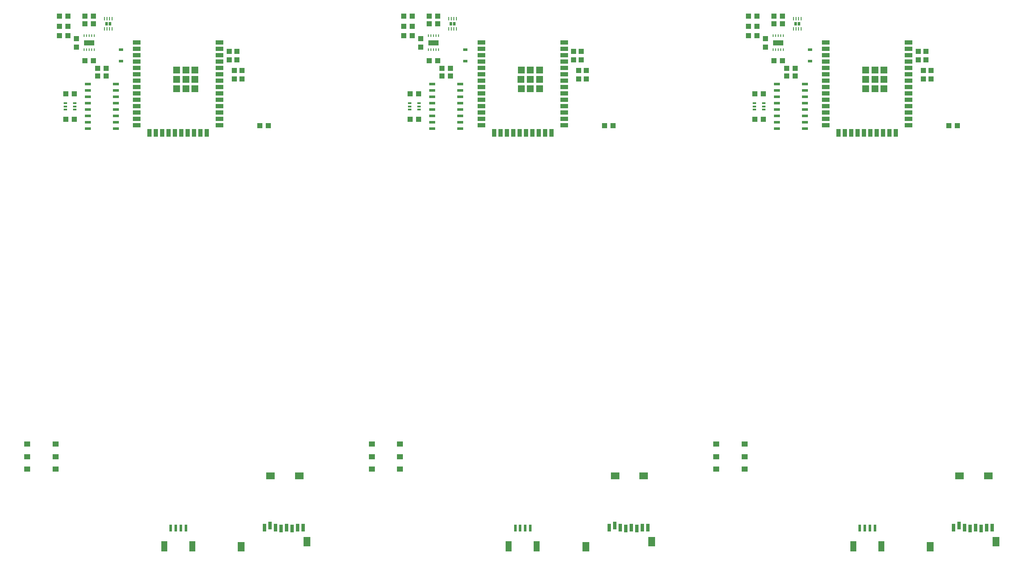
<source format=gbp>
G04 EAGLE Gerber RS-274X export*
G75*
%MOMM*%
%FSLAX34Y34*%
%LPD*%
%INSolderpaste Bottom*%
%IPPOS*%
%AMOC8*
5,1,8,0,0,1.08239X$1,22.5*%
G01*
%ADD10R,1.200000X2.000000*%
%ADD11R,0.600000X1.350000*%
%ADD12R,1.000000X1.100000*%
%ADD13R,1.100000X1.000000*%
%ADD14R,0.830000X0.630000*%
%ADD15R,1.200000X0.600000*%
%ADD16R,0.660000X0.300000*%
%ADD17R,1.800000X1.400000*%
%ADD18R,1.400000X1.900000*%
%ADD19R,0.800000X1.500000*%
%ADD20R,0.250000X0.637500*%
%ADD21R,0.500000X0.640000*%
%ADD22R,0.260000X0.599000*%
%ADD23R,2.000000X1.000000*%
%ADD24R,1.150000X1.000000*%
%ADD25R,1.500000X0.900000*%
%ADD26R,0.900000X1.500000*%
%ADD27R,1.330000X1.330000*%


D10*
X369630Y10690D03*
X313630Y10690D03*
D11*
X356630Y47440D03*
X346630Y47440D03*
X336630Y47440D03*
X326630Y47440D03*
D12*
X138430Y1006840D03*
X138430Y1023840D03*
D13*
X172330Y1053440D03*
X155330Y1053440D03*
X172330Y979780D03*
X155330Y979780D03*
D14*
X227330Y978440D03*
X227330Y1001440D03*
D12*
X453390Y960340D03*
X453390Y943340D03*
D13*
X180730Y949300D03*
X197730Y949300D03*
D12*
X443230Y998440D03*
X443230Y981440D03*
X468630Y960340D03*
X468630Y943340D03*
X458470Y998440D03*
X458470Y981440D03*
D15*
X217230Y932790D03*
X217230Y920090D03*
X217230Y907390D03*
X217230Y894690D03*
X217230Y881990D03*
X217230Y869290D03*
X217230Y856590D03*
X217230Y843890D03*
X161230Y843890D03*
X161230Y856590D03*
X161230Y869290D03*
X161230Y881990D03*
X161230Y894690D03*
X161230Y907390D03*
X161230Y920090D03*
X161230Y932790D03*
D13*
X117230Y862940D03*
X134230Y862940D03*
X134230Y913740D03*
X117230Y913740D03*
D16*
X134930Y894840D03*
X116530Y888340D03*
X116530Y881840D03*
X116530Y894840D03*
X134930Y888340D03*
X134930Y881840D03*
D13*
X180730Y964540D03*
X197730Y964540D03*
X504580Y850240D03*
X521580Y850240D03*
D17*
X525750Y151390D03*
X582750Y151390D03*
D18*
X598750Y19890D03*
X467250Y9890D03*
D19*
X513850Y48390D03*
X524850Y52390D03*
X535850Y48390D03*
X546850Y46390D03*
X557850Y48390D03*
X568850Y46390D03*
X579850Y48390D03*
X590850Y48390D03*
D20*
X209430Y1043252D03*
X204430Y1063627D03*
X209430Y1063627D03*
X199430Y1063627D03*
X194430Y1063627D03*
X204430Y1043252D03*
X199430Y1043252D03*
X194430Y1043252D03*
D21*
X198530Y1053440D03*
X205330Y1053440D03*
D13*
X172330Y1068680D03*
X155330Y1068680D03*
D22*
X163830Y1001345D03*
X168830Y1001345D03*
X173830Y1001345D03*
X158830Y1001345D03*
X153830Y1001345D03*
X153830Y1029335D03*
X158830Y1029335D03*
X163830Y1029335D03*
X168830Y1029335D03*
X173830Y1029335D03*
D23*
X163830Y1015340D03*
D13*
X121530Y1048360D03*
X104530Y1048360D03*
X121530Y1029310D03*
X104530Y1029310D03*
X121530Y1068680D03*
X104530Y1068680D03*
D24*
X97084Y214840D03*
X97084Y189840D03*
X97084Y164840D03*
X40584Y214840D03*
X40584Y189840D03*
X40584Y164840D03*
D25*
X424010Y1015640D03*
X424010Y1002940D03*
X424010Y990240D03*
X424010Y977540D03*
X424010Y964840D03*
X424010Y952140D03*
X424010Y939440D03*
X424010Y926740D03*
X424010Y914040D03*
X424010Y901340D03*
X424010Y888640D03*
X424010Y875940D03*
X424010Y863240D03*
X424010Y850540D03*
D26*
X398780Y835640D03*
X386080Y835640D03*
X373380Y835640D03*
X360680Y835640D03*
X347980Y835640D03*
X335280Y835640D03*
X322580Y835640D03*
X309880Y835640D03*
X297180Y835640D03*
X284480Y835640D03*
D25*
X259250Y850540D03*
X259250Y863240D03*
X259250Y875940D03*
X259250Y888640D03*
X259250Y901340D03*
X259250Y914040D03*
X259250Y926740D03*
X259250Y939440D03*
X259250Y952140D03*
X259250Y964840D03*
X259250Y977540D03*
X259250Y990240D03*
X259250Y1002940D03*
X259250Y1015640D03*
D27*
X356940Y942220D03*
X338490Y960430D03*
X356790Y960430D03*
X375090Y960430D03*
X375090Y942130D03*
X338390Y942430D03*
X338490Y923830D03*
X356790Y923730D03*
X375090Y923830D03*
D10*
X1056700Y10690D03*
X1000700Y10690D03*
D11*
X1043700Y47440D03*
X1033700Y47440D03*
X1023700Y47440D03*
X1013700Y47440D03*
D12*
X825500Y1006840D03*
X825500Y1023840D03*
D13*
X859400Y1053440D03*
X842400Y1053440D03*
X859400Y979780D03*
X842400Y979780D03*
D14*
X914400Y978440D03*
X914400Y1001440D03*
D12*
X1140460Y960340D03*
X1140460Y943340D03*
D13*
X867800Y949300D03*
X884800Y949300D03*
D12*
X1130300Y998440D03*
X1130300Y981440D03*
X1155700Y960340D03*
X1155700Y943340D03*
X1145540Y998440D03*
X1145540Y981440D03*
D15*
X904300Y932790D03*
X904300Y920090D03*
X904300Y907390D03*
X904300Y894690D03*
X904300Y881990D03*
X904300Y869290D03*
X904300Y856590D03*
X904300Y843890D03*
X848300Y843890D03*
X848300Y856590D03*
X848300Y869290D03*
X848300Y881990D03*
X848300Y894690D03*
X848300Y907390D03*
X848300Y920090D03*
X848300Y932790D03*
D13*
X804300Y862940D03*
X821300Y862940D03*
X821300Y913740D03*
X804300Y913740D03*
D16*
X822000Y894840D03*
X803600Y888340D03*
X803600Y881840D03*
X803600Y894840D03*
X822000Y888340D03*
X822000Y881840D03*
D13*
X867800Y964540D03*
X884800Y964540D03*
X1191650Y850240D03*
X1208650Y850240D03*
D17*
X1212820Y151390D03*
X1269820Y151390D03*
D18*
X1285820Y19890D03*
X1154320Y9890D03*
D19*
X1200920Y48390D03*
X1211920Y52390D03*
X1222920Y48390D03*
X1233920Y46390D03*
X1244920Y48390D03*
X1255920Y46390D03*
X1266920Y48390D03*
X1277920Y48390D03*
D20*
X896500Y1043252D03*
X891500Y1063627D03*
X896500Y1063627D03*
X886500Y1063627D03*
X881500Y1063627D03*
X891500Y1043252D03*
X886500Y1043252D03*
X881500Y1043252D03*
D21*
X885600Y1053440D03*
X892400Y1053440D03*
D13*
X859400Y1068680D03*
X842400Y1068680D03*
D22*
X850900Y1001345D03*
X855900Y1001345D03*
X860900Y1001345D03*
X845900Y1001345D03*
X840900Y1001345D03*
X840900Y1029335D03*
X845900Y1029335D03*
X850900Y1029335D03*
X855900Y1029335D03*
X860900Y1029335D03*
D23*
X850900Y1015340D03*
D13*
X808600Y1048360D03*
X791600Y1048360D03*
X808600Y1029310D03*
X791600Y1029310D03*
X808600Y1068680D03*
X791600Y1068680D03*
D24*
X784154Y214840D03*
X784154Y189840D03*
X784154Y164840D03*
X727654Y214840D03*
X727654Y189840D03*
X727654Y164840D03*
D25*
X1111080Y1015640D03*
X1111080Y1002940D03*
X1111080Y990240D03*
X1111080Y977540D03*
X1111080Y964840D03*
X1111080Y952140D03*
X1111080Y939440D03*
X1111080Y926740D03*
X1111080Y914040D03*
X1111080Y901340D03*
X1111080Y888640D03*
X1111080Y875940D03*
X1111080Y863240D03*
X1111080Y850540D03*
D26*
X1085850Y835640D03*
X1073150Y835640D03*
X1060450Y835640D03*
X1047750Y835640D03*
X1035050Y835640D03*
X1022350Y835640D03*
X1009650Y835640D03*
X996950Y835640D03*
X984250Y835640D03*
X971550Y835640D03*
D25*
X946320Y850540D03*
X946320Y863240D03*
X946320Y875940D03*
X946320Y888640D03*
X946320Y901340D03*
X946320Y914040D03*
X946320Y926740D03*
X946320Y939440D03*
X946320Y952140D03*
X946320Y964840D03*
X946320Y977540D03*
X946320Y990240D03*
X946320Y1002940D03*
X946320Y1015640D03*
D27*
X1044010Y942220D03*
X1025560Y960430D03*
X1043860Y960430D03*
X1062160Y960430D03*
X1062160Y942130D03*
X1025460Y942430D03*
X1025560Y923830D03*
X1043860Y923730D03*
X1062160Y923830D03*
D10*
X1743770Y10690D03*
X1687770Y10690D03*
D11*
X1730770Y47440D03*
X1720770Y47440D03*
X1710770Y47440D03*
X1700770Y47440D03*
D12*
X1512570Y1006840D03*
X1512570Y1023840D03*
D13*
X1546470Y1053440D03*
X1529470Y1053440D03*
X1546470Y979780D03*
X1529470Y979780D03*
D14*
X1601470Y978440D03*
X1601470Y1001440D03*
D12*
X1827530Y960340D03*
X1827530Y943340D03*
D13*
X1554870Y949300D03*
X1571870Y949300D03*
D12*
X1817370Y998440D03*
X1817370Y981440D03*
X1842770Y960340D03*
X1842770Y943340D03*
X1832610Y998440D03*
X1832610Y981440D03*
D15*
X1591370Y932790D03*
X1591370Y920090D03*
X1591370Y907390D03*
X1591370Y894690D03*
X1591370Y881990D03*
X1591370Y869290D03*
X1591370Y856590D03*
X1591370Y843890D03*
X1535370Y843890D03*
X1535370Y856590D03*
X1535370Y869290D03*
X1535370Y881990D03*
X1535370Y894690D03*
X1535370Y907390D03*
X1535370Y920090D03*
X1535370Y932790D03*
D13*
X1491370Y862940D03*
X1508370Y862940D03*
X1508370Y913740D03*
X1491370Y913740D03*
D16*
X1509070Y894840D03*
X1490670Y888340D03*
X1490670Y881840D03*
X1490670Y894840D03*
X1509070Y888340D03*
X1509070Y881840D03*
D13*
X1554870Y964540D03*
X1571870Y964540D03*
X1878720Y850240D03*
X1895720Y850240D03*
D17*
X1899890Y151390D03*
X1956890Y151390D03*
D18*
X1972890Y19890D03*
X1841390Y9890D03*
D19*
X1887990Y48390D03*
X1898990Y52390D03*
X1909990Y48390D03*
X1920990Y46390D03*
X1931990Y48390D03*
X1942990Y46390D03*
X1953990Y48390D03*
X1964990Y48390D03*
D20*
X1583570Y1043252D03*
X1578570Y1063627D03*
X1583570Y1063627D03*
X1573570Y1063627D03*
X1568570Y1063627D03*
X1578570Y1043252D03*
X1573570Y1043252D03*
X1568570Y1043252D03*
D21*
X1572670Y1053440D03*
X1579470Y1053440D03*
D13*
X1546470Y1068680D03*
X1529470Y1068680D03*
D22*
X1537970Y1001345D03*
X1542970Y1001345D03*
X1547970Y1001345D03*
X1532970Y1001345D03*
X1527970Y1001345D03*
X1527970Y1029335D03*
X1532970Y1029335D03*
X1537970Y1029335D03*
X1542970Y1029335D03*
X1547970Y1029335D03*
D23*
X1537970Y1015340D03*
D13*
X1495670Y1048360D03*
X1478670Y1048360D03*
X1495670Y1029310D03*
X1478670Y1029310D03*
X1495670Y1068680D03*
X1478670Y1068680D03*
D24*
X1471224Y214840D03*
X1471224Y189840D03*
X1471224Y164840D03*
X1414724Y214840D03*
X1414724Y189840D03*
X1414724Y164840D03*
D25*
X1798150Y1015640D03*
X1798150Y1002940D03*
X1798150Y990240D03*
X1798150Y977540D03*
X1798150Y964840D03*
X1798150Y952140D03*
X1798150Y939440D03*
X1798150Y926740D03*
X1798150Y914040D03*
X1798150Y901340D03*
X1798150Y888640D03*
X1798150Y875940D03*
X1798150Y863240D03*
X1798150Y850540D03*
D26*
X1772920Y835640D03*
X1760220Y835640D03*
X1747520Y835640D03*
X1734820Y835640D03*
X1722120Y835640D03*
X1709420Y835640D03*
X1696720Y835640D03*
X1684020Y835640D03*
X1671320Y835640D03*
X1658620Y835640D03*
D25*
X1633390Y850540D03*
X1633390Y863240D03*
X1633390Y875940D03*
X1633390Y888640D03*
X1633390Y901340D03*
X1633390Y914040D03*
X1633390Y926740D03*
X1633390Y939440D03*
X1633390Y952140D03*
X1633390Y964840D03*
X1633390Y977540D03*
X1633390Y990240D03*
X1633390Y1002940D03*
X1633390Y1015640D03*
D27*
X1731080Y942220D03*
X1712630Y960430D03*
X1730930Y960430D03*
X1749230Y960430D03*
X1749230Y942130D03*
X1712530Y942430D03*
X1712630Y923830D03*
X1730930Y923730D03*
X1749230Y923830D03*
M02*

</source>
